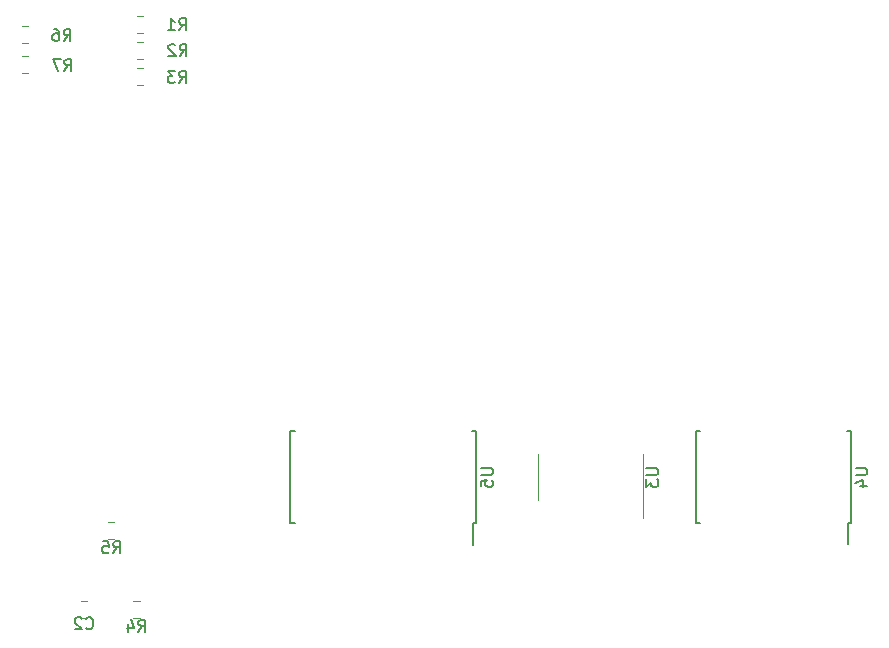
<source format=gbr>
G04 #@! TF.GenerationSoftware,KiCad,Pcbnew,5.1.5+dfsg1-2*
G04 #@! TF.CreationDate,2020-04-06T18:03:34-07:00*
G04 #@! TF.ProjectId,rpmpv1,72706d70-7631-42e6-9b69-6361645f7063,rev?*
G04 #@! TF.SameCoordinates,Original*
G04 #@! TF.FileFunction,Legend,Bot*
G04 #@! TF.FilePolarity,Positive*
%FSLAX46Y46*%
G04 Gerber Fmt 4.6, Leading zero omitted, Abs format (unit mm)*
G04 Created by KiCad (PCBNEW 5.1.5+dfsg1-2) date 2020-04-06 18:03:34*
%MOMM*%
%LPD*%
G04 APERTURE LIST*
%ADD10C,0.120000*%
%ADD11C,0.150000*%
G04 APERTURE END LIST*
D10*
X116639748Y-100636000D02*
X117162252Y-100636000D01*
X116639748Y-102056000D02*
X117162252Y-102056000D01*
X121340748Y-51106000D02*
X121863252Y-51106000D01*
X121340748Y-52526000D02*
X121863252Y-52526000D01*
X121340748Y-53328500D02*
X121863252Y-53328500D01*
X121340748Y-54748500D02*
X121863252Y-54748500D01*
X121340748Y-55551000D02*
X121863252Y-55551000D01*
X121340748Y-56971000D02*
X121863252Y-56971000D01*
X121066748Y-100636000D02*
X121589252Y-100636000D01*
X121066748Y-102056000D02*
X121589252Y-102056000D01*
X118940748Y-93981200D02*
X119463252Y-93981200D01*
X118940748Y-95401200D02*
X119463252Y-95401200D01*
D11*
X181835000Y-94045000D02*
X181585000Y-94045000D01*
X181835000Y-86295000D02*
X181500000Y-86295000D01*
X168685000Y-86295000D02*
X169020000Y-86295000D01*
X168685000Y-94045000D02*
X169020000Y-94045000D01*
X181835000Y-94045000D02*
X181835000Y-86295000D01*
X168685000Y-94045000D02*
X168685000Y-86295000D01*
X181585000Y-94045000D02*
X181585000Y-95845000D01*
X150115000Y-94045000D02*
X149840000Y-94045000D01*
X150115000Y-86295000D02*
X149750000Y-86295000D01*
X134365000Y-86295000D02*
X134730000Y-86295000D01*
X134365000Y-94045000D02*
X134730000Y-94045000D01*
X150115000Y-94045000D02*
X150115000Y-86295000D01*
X134365000Y-94045000D02*
X134365000Y-86295000D01*
X149840000Y-94045000D02*
X149840000Y-95870000D01*
D10*
X155331000Y-90170000D02*
X155331000Y-88220000D01*
X155331000Y-90170000D02*
X155331000Y-92120000D01*
X164201000Y-90170000D02*
X164201000Y-88220000D01*
X164201000Y-90170000D02*
X164201000Y-93620000D01*
X112148252Y-53415000D02*
X111625748Y-53415000D01*
X112148252Y-51995000D02*
X111625748Y-51995000D01*
X112148252Y-54535000D02*
X111625748Y-54535000D01*
X112148252Y-55955000D02*
X111625748Y-55955000D01*
D11*
X117067666Y-102953142D02*
X117115285Y-103000761D01*
X117258142Y-103048380D01*
X117353380Y-103048380D01*
X117496238Y-103000761D01*
X117591476Y-102905523D01*
X117639095Y-102810285D01*
X117686714Y-102619809D01*
X117686714Y-102476952D01*
X117639095Y-102286476D01*
X117591476Y-102191238D01*
X117496238Y-102096000D01*
X117353380Y-102048380D01*
X117258142Y-102048380D01*
X117115285Y-102096000D01*
X117067666Y-102143619D01*
X116686714Y-102143619D02*
X116639095Y-102096000D01*
X116543857Y-102048380D01*
X116305761Y-102048380D01*
X116210523Y-102096000D01*
X116162904Y-102143619D01*
X116115285Y-102238857D01*
X116115285Y-102334095D01*
X116162904Y-102476952D01*
X116734333Y-103048380D01*
X116115285Y-103048380D01*
X124931466Y-52319180D02*
X125264800Y-51842990D01*
X125502895Y-52319180D02*
X125502895Y-51319180D01*
X125121942Y-51319180D01*
X125026704Y-51366800D01*
X124979085Y-51414419D01*
X124931466Y-51509657D01*
X124931466Y-51652514D01*
X124979085Y-51747752D01*
X125026704Y-51795371D01*
X125121942Y-51842990D01*
X125502895Y-51842990D01*
X123979085Y-52319180D02*
X124550514Y-52319180D01*
X124264800Y-52319180D02*
X124264800Y-51319180D01*
X124360038Y-51462038D01*
X124455276Y-51557276D01*
X124550514Y-51604895D01*
X124982266Y-54503580D02*
X125315600Y-54027390D01*
X125553695Y-54503580D02*
X125553695Y-53503580D01*
X125172742Y-53503580D01*
X125077504Y-53551200D01*
X125029885Y-53598819D01*
X124982266Y-53694057D01*
X124982266Y-53836914D01*
X125029885Y-53932152D01*
X125077504Y-53979771D01*
X125172742Y-54027390D01*
X125553695Y-54027390D01*
X124601314Y-53598819D02*
X124553695Y-53551200D01*
X124458457Y-53503580D01*
X124220361Y-53503580D01*
X124125123Y-53551200D01*
X124077504Y-53598819D01*
X124029885Y-53694057D01*
X124029885Y-53789295D01*
X124077504Y-53932152D01*
X124648933Y-54503580D01*
X124029885Y-54503580D01*
X124931466Y-56789580D02*
X125264800Y-56313390D01*
X125502895Y-56789580D02*
X125502895Y-55789580D01*
X125121942Y-55789580D01*
X125026704Y-55837200D01*
X124979085Y-55884819D01*
X124931466Y-55980057D01*
X124931466Y-56122914D01*
X124979085Y-56218152D01*
X125026704Y-56265771D01*
X125121942Y-56313390D01*
X125502895Y-56313390D01*
X124598133Y-55789580D02*
X123979085Y-55789580D01*
X124312419Y-56170533D01*
X124169561Y-56170533D01*
X124074323Y-56218152D01*
X124026704Y-56265771D01*
X123979085Y-56361009D01*
X123979085Y-56599104D01*
X124026704Y-56694342D01*
X124074323Y-56741961D01*
X124169561Y-56789580D01*
X124455276Y-56789580D01*
X124550514Y-56741961D01*
X124598133Y-56694342D01*
X121494666Y-103248380D02*
X121828000Y-102772190D01*
X122066095Y-103248380D02*
X122066095Y-102248380D01*
X121685142Y-102248380D01*
X121589904Y-102296000D01*
X121542285Y-102343619D01*
X121494666Y-102438857D01*
X121494666Y-102581714D01*
X121542285Y-102676952D01*
X121589904Y-102724571D01*
X121685142Y-102772190D01*
X122066095Y-102772190D01*
X120637523Y-102581714D02*
X120637523Y-103248380D01*
X120875619Y-102200761D02*
X121113714Y-102915047D01*
X120494666Y-102915047D01*
X119368666Y-96593580D02*
X119702000Y-96117390D01*
X119940095Y-96593580D02*
X119940095Y-95593580D01*
X119559142Y-95593580D01*
X119463904Y-95641200D01*
X119416285Y-95688819D01*
X119368666Y-95784057D01*
X119368666Y-95926914D01*
X119416285Y-96022152D01*
X119463904Y-96069771D01*
X119559142Y-96117390D01*
X119940095Y-96117390D01*
X118463904Y-95593580D02*
X118940095Y-95593580D01*
X118987714Y-96069771D01*
X118940095Y-96022152D01*
X118844857Y-95974533D01*
X118606761Y-95974533D01*
X118511523Y-96022152D01*
X118463904Y-96069771D01*
X118416285Y-96165009D01*
X118416285Y-96403104D01*
X118463904Y-96498342D01*
X118511523Y-96545961D01*
X118606761Y-96593580D01*
X118844857Y-96593580D01*
X118940095Y-96545961D01*
X118987714Y-96498342D01*
X182212380Y-89408095D02*
X183021904Y-89408095D01*
X183117142Y-89455714D01*
X183164761Y-89503333D01*
X183212380Y-89598571D01*
X183212380Y-89789047D01*
X183164761Y-89884285D01*
X183117142Y-89931904D01*
X183021904Y-89979523D01*
X182212380Y-89979523D01*
X182545714Y-90884285D02*
X183212380Y-90884285D01*
X182164761Y-90646190D02*
X182879047Y-90408095D01*
X182879047Y-91027142D01*
X150492380Y-89408095D02*
X151301904Y-89408095D01*
X151397142Y-89455714D01*
X151444761Y-89503333D01*
X151492380Y-89598571D01*
X151492380Y-89789047D01*
X151444761Y-89884285D01*
X151397142Y-89931904D01*
X151301904Y-89979523D01*
X150492380Y-89979523D01*
X150492380Y-90931904D02*
X150492380Y-90455714D01*
X150968571Y-90408095D01*
X150920952Y-90455714D01*
X150873333Y-90550952D01*
X150873333Y-90789047D01*
X150920952Y-90884285D01*
X150968571Y-90931904D01*
X151063809Y-90979523D01*
X151301904Y-90979523D01*
X151397142Y-90931904D01*
X151444761Y-90884285D01*
X151492380Y-90789047D01*
X151492380Y-90550952D01*
X151444761Y-90455714D01*
X151397142Y-90408095D01*
X164498380Y-89408095D02*
X165307904Y-89408095D01*
X165403142Y-89455714D01*
X165450761Y-89503333D01*
X165498380Y-89598571D01*
X165498380Y-89789047D01*
X165450761Y-89884285D01*
X165403142Y-89931904D01*
X165307904Y-89979523D01*
X164498380Y-89979523D01*
X164498380Y-90360476D02*
X164498380Y-90979523D01*
X164879333Y-90646190D01*
X164879333Y-90789047D01*
X164926952Y-90884285D01*
X164974571Y-90931904D01*
X165069809Y-90979523D01*
X165307904Y-90979523D01*
X165403142Y-90931904D01*
X165450761Y-90884285D01*
X165498380Y-90789047D01*
X165498380Y-90503333D01*
X165450761Y-90408095D01*
X165403142Y-90360476D01*
X115165166Y-53220880D02*
X115498500Y-52744690D01*
X115736595Y-53220880D02*
X115736595Y-52220880D01*
X115355642Y-52220880D01*
X115260404Y-52268500D01*
X115212785Y-52316119D01*
X115165166Y-52411357D01*
X115165166Y-52554214D01*
X115212785Y-52649452D01*
X115260404Y-52697071D01*
X115355642Y-52744690D01*
X115736595Y-52744690D01*
X114308023Y-52220880D02*
X114498500Y-52220880D01*
X114593738Y-52268500D01*
X114641357Y-52316119D01*
X114736595Y-52458976D01*
X114784214Y-52649452D01*
X114784214Y-53030404D01*
X114736595Y-53125642D01*
X114688976Y-53173261D01*
X114593738Y-53220880D01*
X114403261Y-53220880D01*
X114308023Y-53173261D01*
X114260404Y-53125642D01*
X114212785Y-53030404D01*
X114212785Y-52792309D01*
X114260404Y-52697071D01*
X114308023Y-52649452D01*
X114403261Y-52601833D01*
X114593738Y-52601833D01*
X114688976Y-52649452D01*
X114736595Y-52697071D01*
X114784214Y-52792309D01*
X115228666Y-55760880D02*
X115562000Y-55284690D01*
X115800095Y-55760880D02*
X115800095Y-54760880D01*
X115419142Y-54760880D01*
X115323904Y-54808500D01*
X115276285Y-54856119D01*
X115228666Y-54951357D01*
X115228666Y-55094214D01*
X115276285Y-55189452D01*
X115323904Y-55237071D01*
X115419142Y-55284690D01*
X115800095Y-55284690D01*
X114895333Y-54760880D02*
X114228666Y-54760880D01*
X114657238Y-55760880D01*
M02*

</source>
